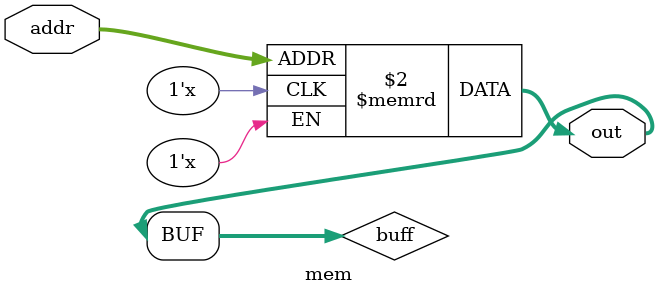
<source format=v>
module mem(addr,out);
    input [3:0] addr;
    output [7:0] out;
    reg [7:0] memory[15:0];

    reg [7:0] buff;
    always @(addr) begin
      buff = memory[addr];
    end
    assign out = buff;

endmodule
</source>
